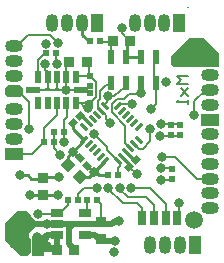
<source format=gbl>
%FSLAX44Y44*%
%MOMM*%
G71*
G01*
G75*
G04 Layer_Physical_Order=4*
G04 Layer_Color=16711680*
%ADD10R,0.5500X0.6000*%
%ADD11R,0.8000X0.8000*%
%ADD12R,0.6000X0.5500*%
%ADD13R,1.4000X1.1500*%
%ADD14R,1.5000X0.3000*%
%ADD15R,0.3000X1.5000*%
G04:AMPARAMS|DCode=16|XSize=1.5mm|YSize=0.3mm|CornerRadius=0mm|HoleSize=0mm|Usage=FLASHONLY|Rotation=90.000|XOffset=0mm|YOffset=0mm|HoleType=Round|Shape=Octagon|*
%AMOCTAGOND16*
4,1,8,0.0750,0.7500,-0.0750,0.7500,-0.1500,0.6750,-0.1500,-0.6750,-0.0750,-0.7500,0.0750,-0.7500,0.1500,-0.6750,0.1500,0.6750,0.0750,0.7500,0.0*
%
%ADD16OCTAGOND16*%

%ADD17C,0.2000*%
%ADD18C,0.5000*%
%ADD19C,0.2540*%
%ADD20C,0.3000*%
%ADD21C,0.2032*%
%ADD22C,0.3048*%
%ADD23C,0.1778*%
%ADD24C,0.3500*%
%ADD25C,0.1800*%
%ADD26R,1.0160X1.5240*%
%ADD27O,1.0160X1.5240*%
%ADD28O,1.5240X1.0160*%
%ADD29R,1.5240X1.0160*%
G04:AMPARAMS|DCode=30|XSize=1.016mm|YSize=1.524mm|CornerRadius=0mm|HoleSize=0mm|Usage=FLASHONLY|Rotation=90.000|XOffset=0mm|YOffset=0mm|HoleType=Round|Shape=Octagon|*
%AMOCTAGOND30*
4,1,8,-0.7620,-0.2540,-0.7620,0.2540,-0.5080,0.5080,0.5080,0.5080,0.7620,0.2540,0.7620,-0.2540,0.5080,-0.5080,-0.5080,-0.5080,-0.7620,-0.2540,0.0*
%
%ADD30OCTAGOND30*%

%ADD31C,0.8000*%
%ADD32C,1.5000*%
%ADD33C,1.0160*%
%ADD34C,1.0000*%
%ADD35C,1.6160*%
%ADD36C,1.4160*%
%ADD37C,2.0160*%
%ADD38R,0.9500X0.9500*%
%ADD39R,1.3000X0.5000*%
%ADD40R,0.5000X1.1000*%
%ADD41R,0.9500X0.9500*%
%ADD42R,0.8000X1.2000*%
%ADD43P,1.3435X4X270.0*%
%ADD44R,0.6000X1.2000*%
G04:AMPARAMS|DCode=45|XSize=0.55mm|YSize=0.6mm|CornerRadius=0mm|HoleSize=0mm|Usage=FLASHONLY|Rotation=135.000|XOffset=0mm|YOffset=0mm|HoleType=Round|Shape=Rectangle|*
%AMROTATEDRECTD45*
4,1,4,0.4066,0.0177,-0.0177,-0.4066,-0.4066,-0.0177,0.0177,0.4066,0.4066,0.0177,0.0*
%
%ADD45ROTATEDRECTD45*%

G04:AMPARAMS|DCode=46|XSize=0.55mm|YSize=0.6mm|CornerRadius=0mm|HoleSize=0mm|Usage=FLASHONLY|Rotation=45.000|XOffset=0mm|YOffset=0mm|HoleType=Round|Shape=Rectangle|*
%AMROTATEDRECTD46*
4,1,4,0.0177,-0.4066,-0.4066,0.0177,-0.0177,0.4066,0.4066,-0.0177,0.0177,-0.4066,0.0*
%
%ADD46ROTATEDRECTD46*%

%ADD47R,1.1000X0.6500*%
G04:AMPARAMS|DCode=48|XSize=0.3454mm|YSize=0.7238mm|CornerRadius=0mm|HoleSize=0mm|Usage=FLASHONLY|Rotation=225.000|XOffset=0mm|YOffset=0mm|HoleType=Round|Shape=Octagon|*
%AMOCTAGOND48*
4,1,8,0.3170,-0.1948,0.1948,-0.3170,0.0727,-0.3170,-0.3170,0.0727,-0.3170,0.1948,-0.1948,0.3170,-0.0727,0.3170,0.3170,-0.0727,0.3170,-0.1948,0.0*
%
%ADD48OCTAGOND48*%

G04:AMPARAMS|DCode=49|XSize=0.3454mm|YSize=0.8mm|CornerRadius=0mm|HoleSize=0mm|Usage=FLASHONLY|Rotation=225.000|XOffset=0mm|YOffset=0mm|HoleType=Round|Shape=Rectangle|*
%AMROTATEDRECTD49*
4,1,4,-0.1607,0.4050,0.4050,-0.1607,0.1607,-0.4050,-0.4050,0.1607,-0.1607,0.4050,0.0*
%
%ADD49ROTATEDRECTD49*%

G04:AMPARAMS|DCode=50|XSize=0.3454mm|YSize=0.8mm|CornerRadius=0mm|HoleSize=0mm|Usage=FLASHONLY|Rotation=135.000|XOffset=0mm|YOffset=0mm|HoleType=Round|Shape=Rectangle|*
%AMROTATEDRECTD50*
4,1,4,0.4050,0.1607,-0.1607,-0.4050,-0.4050,-0.1607,0.1607,0.4050,0.4050,0.1607,0.0*
%
%ADD50ROTATEDRECTD50*%

G04:AMPARAMS|DCode=51|XSize=0.3454mm|YSize=0.8mm|CornerRadius=0mm|HoleSize=0mm|Usage=FLASHONLY|Rotation=135.000|XOffset=0mm|YOffset=0mm|HoleType=Round|Shape=Octagon|*
%AMOCTAGOND51*
4,1,8,-0.2218,-0.3439,-0.3439,-0.2218,-0.3439,-0.0997,0.0997,0.3439,0.2218,0.3439,0.3439,0.2218,0.3439,0.0997,-0.0997,-0.3439,-0.2218,-0.3439,0.0*
%
%ADD51OCTAGOND51*%

G04:AMPARAMS|DCode=52|XSize=0.3454mm|YSize=0.7238mm|CornerRadius=0mm|HoleSize=0mm|Usage=FLASHONLY|Rotation=135.000|XOffset=0mm|YOffset=0mm|HoleType=Round|Shape=Octagon|*
%AMOCTAGOND52*
4,1,8,-0.1948,-0.3170,-0.3170,-0.1948,-0.3170,-0.0727,0.0727,0.3170,0.1948,0.3170,0.3170,0.1948,0.3170,0.0727,-0.0727,-0.3170,-0.1948,-0.3170,0.0*
%
%ADD52OCTAGOND52*%

%ADD53C,0.1700*%
G36*
X-65304Y-68808D02*
X-65125Y-69710D01*
X-63909Y-71529D01*
X-62090Y-72745D01*
X-61188Y-72924D01*
X-60452Y-73660D01*
X-67765Y-81321D01*
X-67558Y-81528D01*
Y-86862D01*
X-66260Y-88160D01*
X-66141Y-88760D01*
X-66034Y-88920D01*
Y-99308D01*
X-69336Y-102610D01*
X-73935D01*
X-87418Y-89127D01*
Y-85344D01*
Y-74972D01*
X-77216Y-64770D01*
X-69342D01*
X-65304Y-68808D01*
D02*
G37*
G36*
X83566Y78740D02*
X93526Y68780D01*
Y57150D01*
X55350D01*
X52500Y60000D01*
X52578Y66040D01*
X68580Y82042D01*
X80264D01*
X83566Y78740D01*
D02*
G37*
D10*
X-15996Y49214D02*
D03*
Y40714D02*
D03*
X52838Y8320D02*
D03*
Y-180D02*
D03*
X60712Y8320D02*
D03*
Y-180D02*
D03*
X-15996Y26744D02*
D03*
Y35244D02*
D03*
X53600Y-37518D02*
D03*
Y-29018D02*
D03*
D12*
X-53018Y68580D02*
D03*
X-44518D02*
D03*
X-25716Y-55112D02*
D03*
X-34216D02*
D03*
X-55044Y-6344D02*
D03*
X-46544D02*
D03*
X-37908Y2292D02*
D03*
X-46408D02*
D03*
X-9460Y-55112D02*
D03*
X-17960D02*
D03*
X-688Y-34538D02*
D03*
X7812D02*
D03*
X-6920Y79000D02*
D03*
X-15420D02*
D03*
D17*
X-34544Y-56964D02*
X-34470Y-56890D01*
X-34544Y-59944D02*
Y-56964D01*
X-40786Y-66186D02*
X-34544Y-59944D01*
X-20568Y-44952D02*
X-9646D01*
X-25970Y-50354D02*
X-20568Y-44952D01*
X-25970Y-56890D02*
Y-50354D01*
X-6090Y-74278D02*
Y-58934D01*
X-8134Y-56890D02*
X-6090Y-58934D01*
X-9714Y-56890D02*
X-8134D01*
X-59944Y-67564D02*
X-43090D01*
X-60088Y48750D02*
Y63102D01*
Y48750D02*
X-59682Y48344D01*
X-60088Y63102D02*
X-53848Y69342D01*
X-44518Y60072D02*
Y68580D01*
X67500Y107500D02*
X67500D01*
X67500D02*
X67500D01*
X-26812Y49214D02*
X-15996D01*
X-17774Y60712D02*
X-16250Y59188D01*
Y50552D02*
Y59188D01*
Y50552D02*
X-10492Y44794D01*
Y31463D02*
Y44794D01*
X-13755Y28200D02*
X-10492Y31463D01*
X-18458Y28200D02*
X-13755D01*
X-20314Y26344D02*
X-18458Y28200D01*
X-6992Y30013D02*
Y36950D01*
X-8772Y28232D02*
X-6992Y30013D01*
X-8772Y22509D02*
Y28232D01*
X-35554Y14484D02*
Y24390D01*
X-37840Y12198D02*
X-35554Y14484D01*
X-37840Y2672D02*
Y12198D01*
Y2672D02*
X-37206Y2038D01*
X-78734Y37136D02*
X-77002D01*
X-67304Y27438D01*
Y7626D02*
Y27438D01*
Y7626D02*
X-66542Y6864D01*
X-27682Y48344D02*
Y52444D01*
Y26344D02*
X-19122D01*
X-17774Y22612D02*
X-16758Y23628D01*
X-14472Y23882D02*
Y27506D01*
X-14726Y23628D02*
X-14472Y23882D01*
X-16758Y23628D02*
X-14726D01*
X-23362Y26344D02*
X-20646Y23628D01*
X-18790D01*
X-17774Y22612D01*
X-6992Y36950D02*
X-2280Y41662D01*
X2292D01*
X-8772Y22509D02*
X-6369Y20105D01*
X-43555Y77857D02*
X-40253D01*
X-49524Y83826D02*
X-43555Y77857D01*
X-68574Y83826D02*
X-49524D01*
X-77764Y74636D02*
X-68574Y83826D01*
X-79750Y74636D02*
X-77764D01*
X17575Y-27637D02*
X23714Y-33776D01*
X14166Y-7550D02*
Y6928D01*
Y-7550D02*
X18330Y-11714D01*
X18380D01*
X8261Y34677D02*
X14484Y40900D01*
X6737Y34677D02*
X8261D01*
X4832Y32772D02*
X6737Y34677D01*
X-1518Y32772D02*
X4832D01*
X11066Y85720D02*
X16516Y80270D01*
X39884Y26168D02*
Y42932D01*
X35814Y22098D02*
X39884Y26168D01*
X20580D02*
X21088Y26676D01*
X10674Y26168D02*
X20580D01*
X8416Y23910D02*
X10674Y26168D01*
X8043Y23910D02*
X8416D01*
X35312Y4174D02*
X36732Y5594D01*
X35312Y-5836D02*
Y4174D01*
X28962Y-12186D02*
X35312Y-5836D01*
X25923Y-12186D02*
X28962D01*
X21916Y-8179D02*
X25923Y-12186D01*
X-4058Y24644D02*
X-1579Y27123D01*
X-37332Y39250D02*
X-35682Y40900D01*
X-46408Y-11746D02*
Y2292D01*
Y-11746D02*
X-41142Y-17012D01*
X-53588Y54870D02*
X-51682Y52964D01*
X-53588Y54870D02*
Y59950D01*
X-44396D02*
X-43682D01*
X-35682Y48344D02*
Y58230D01*
X-37588Y37344D02*
X-35682Y39250D01*
X-45714Y37344D02*
X-43682Y39376D01*
X-53586Y37344D02*
X-51682Y39248D01*
X-49778Y37344D01*
X-51682Y39248D02*
Y48344D01*
X-43682Y39376D02*
X-41650Y37344D01*
X-43682Y39376D02*
Y48344D01*
X-35682Y39250D02*
X-33776Y37344D01*
X-35682Y39250D02*
Y48344D01*
X-63682Y37344D02*
X-23682D01*
X-43936Y16770D02*
Y24644D01*
X-55044Y5662D02*
X-43936Y16770D01*
X-55044Y-6344D02*
Y5662D01*
X-64904Y-16204D02*
X-55044Y-6344D01*
X-79750Y-16204D02*
X-64904D01*
X-37840Y-6344D02*
Y2224D01*
X44456Y8642D02*
X60644D01*
X44964Y-18790D02*
X56140D01*
X74736Y-37386D01*
X43508Y-942D02*
X60712D01*
X74736Y-37386D02*
X85858D01*
X44964Y-28696D02*
X53532D01*
X44964Y-38348D02*
X53786D01*
X-2534Y13468D02*
X1657Y9277D01*
X-2534Y13468D02*
Y16271D01*
X-6369Y20105D02*
X-2534Y16271D01*
X38614Y41662D02*
Y63662D01*
X2292Y65284D02*
Y78484D01*
X-1579Y27123D02*
Y32203D01*
X72690Y15714D02*
X72904Y15500D01*
X72690Y15714D02*
Y28338D01*
X82050Y37698D01*
X82810D01*
X-5836Y78492D02*
X4762D01*
X11066Y85720D02*
Y88260D01*
X59978Y-70606D02*
Y-58132D01*
X-18034Y-64516D02*
Y-56750D01*
X-1264Y-45206D02*
X11944Y-58414D01*
X24124D01*
X28194Y-62484D01*
Y-68822D02*
Y-62484D01*
Y-68822D02*
X29978Y-70606D01*
X8134Y-44952D02*
X16008Y-52826D01*
X31490D01*
X38100Y-59436D01*
Y-68728D02*
Y-59436D01*
Y-68728D02*
X39978Y-70606D01*
X19310Y-45714D02*
X34792D01*
X48260Y-59182D01*
Y-68888D02*
Y-59182D01*
Y-68888D02*
X49978Y-70606D01*
X67564Y49276D02*
X57567D01*
X60900Y45944D01*
X57567Y42611D01*
X67564D01*
X60900Y39279D02*
X67564Y32615D01*
X64232Y35947D01*
X60900Y32615D01*
X67564Y39279D01*
Y29282D02*
Y25950D01*
Y27616D01*
X57567D01*
X59233Y29282D01*
D18*
X-63240Y-75686D02*
X2800D01*
X-71876Y-84322D02*
X-63240Y-75686D01*
X-33268Y-92820D02*
X-29320Y-96768D01*
X-33268Y-92820D02*
Y-80004D01*
Y-75940D01*
Y-80004D02*
Y-78988D01*
X-29966Y-75686D01*
X-52420Y-85186D02*
X-43744D01*
X-59376Y-92142D02*
X-52420Y-85186D01*
X-20760D02*
X-11576D01*
X-6852Y-89910D01*
X5086D01*
X-43820Y-96768D02*
Y-85262D01*
X-71876Y-94482D02*
Y-84322D01*
X2800Y-75686D02*
X5340Y-73146D01*
X-55880Y-96774D02*
X-44704D01*
D19*
X-34030Y-18282D02*
X-30474Y-14726D01*
X-34030Y-24378D02*
Y-18282D01*
X-65278Y-37338D02*
X-55372D01*
X-68332Y-34284D02*
X-65278Y-37338D01*
X-22600Y84588D02*
X-15996Y77984D01*
X-22700Y89822D02*
X-22600Y89722D01*
Y84588D02*
Y89722D01*
X-16574Y-36062D02*
X-12694Y-32182D01*
X-24539Y-36062D02*
X-16574D01*
X-26109Y-37633D02*
X-24539Y-36062D01*
X-54858Y-36178D02*
X-43688D01*
X-75178Y-34284D02*
X-68332D01*
X-67304Y-51556D02*
X-42666D01*
X-30372Y-14504D02*
X-20511Y-4643D01*
X-30372Y-14504D02*
X-26786Y-18089D01*
X-12694Y-32182D02*
X-2833Y-22321D01*
X-16533Y-28342D02*
X-12694Y-32182D01*
X-30431Y4789D02*
Y10971D01*
Y4789D02*
X-20999Y-4643D01*
X-20511D01*
X-24439Y16963D02*
X-16976Y9499D01*
X14844Y-15250D02*
X21240Y-21646D01*
X11309Y-18786D02*
X17664Y-25140D01*
X-8376Y-34538D02*
X-688D01*
X-11653Y-31261D02*
X-8376Y-34538D01*
X-11774Y-31261D02*
X-11653D01*
X15500Y66046D02*
Y78122D01*
X14684Y65538D02*
X27184D01*
D21*
X-12186Y514D02*
X-1010Y-10662D01*
Y-13538D02*
Y-10662D01*
Y-13538D02*
X7773Y-22321D01*
X7812Y-28510D02*
X9658Y-26664D01*
Y-24206D01*
X7812Y-34538D02*
Y-28510D01*
D26*
X-59382Y-94996D02*
D03*
X59650Y93986D02*
D03*
X-10200D02*
D03*
X72858Y-93212D02*
D03*
D27*
X-71882Y-94996D02*
D03*
X22150Y93986D02*
D03*
X34650D02*
D03*
X47150D02*
D03*
X-22700D02*
D03*
X-35200D02*
D03*
X-47700D02*
D03*
X35358Y-93212D02*
D03*
X47858D02*
D03*
X60358D02*
D03*
D28*
X-79750Y21296D02*
D03*
Y8796D02*
D03*
Y-3704D02*
D03*
X85858Y114D02*
D03*
X85858Y-12386D02*
D03*
X85858Y-24886D02*
D03*
X85858Y-37386D02*
D03*
Y-49886D02*
D03*
Y-62386D02*
D03*
Y25198D02*
D03*
Y37698D02*
D03*
Y50198D02*
D03*
X-79750Y74636D02*
D03*
Y62136D02*
D03*
Y49636D02*
D03*
D29*
Y-16204D02*
D03*
X85858Y12614D02*
D03*
Y62698D02*
D03*
D30*
X-79750Y37136D02*
D03*
D31*
X-59944Y-67564D02*
D03*
X-66548Y-51308D02*
D03*
X-54604Y-88386D02*
D03*
X-60960Y-86614D02*
D03*
X-51810Y-76194D02*
D03*
X-30474Y-14726D02*
D03*
X-41910Y-36068D02*
D03*
X36322Y21590D02*
D03*
X-79756Y-92710D02*
D03*
X-17774Y22612D02*
D03*
X-248Y32264D02*
D03*
X35312Y4578D02*
D03*
X48520Y44456D02*
D03*
X-41142Y-17012D02*
D03*
X-35808Y37344D02*
D03*
X-37840Y-6344D02*
D03*
X-52826Y76968D02*
D03*
X-43174Y77222D02*
D03*
X-10154Y-44952D02*
D03*
X44710Y-28696D02*
D03*
X44964Y-18790D02*
D03*
X44456Y8642D02*
D03*
X43440Y-1010D02*
D03*
X4578Y-99562D02*
D03*
X-51810Y-94482D02*
D03*
X-12694Y-32182D02*
D03*
X27184Y35058D02*
D03*
X1530Y9658D02*
D03*
X-67304Y4832D02*
D03*
X5086Y-89910D02*
D03*
X58680Y61220D02*
D03*
X-75178Y-34284D02*
D03*
X-43682Y59950D02*
D03*
X-53588D02*
D03*
X8642Y-72892D02*
D03*
X-42666Y-51556D02*
D03*
X44710Y-38602D02*
D03*
X69348Y62284D02*
D03*
X-12186Y514D02*
D03*
X24136Y-33776D02*
D03*
X19818Y25660D02*
D03*
X72650Y16516D02*
D03*
X11182Y90176D02*
D03*
X-502Y-45206D02*
D03*
X9658D02*
D03*
X19310Y-45714D02*
D03*
X59978Y-58132D02*
D03*
X-74930Y-87376D02*
D03*
D32*
X72500Y-72500D02*
D03*
X-72500D02*
D03*
X72500Y72500D02*
D03*
D38*
X-33152Y61474D02*
D03*
X-18652D02*
D03*
X3678Y79000D02*
D03*
X18178D02*
D03*
X-29320Y-97784D02*
D03*
X-43820D02*
D03*
D39*
X-63682Y37344D02*
D03*
X-23682D02*
D03*
D40*
X-43682Y48344D02*
D03*
X-35682D02*
D03*
X-27682D02*
D03*
X-51682D02*
D03*
X-59682D02*
D03*
Y26344D02*
D03*
X-51682D02*
D03*
X-27682D02*
D03*
X-35682D02*
D03*
X-43682D02*
D03*
D41*
X-6090Y-74278D02*
D03*
Y-88778D02*
D03*
X-55366Y-51694D02*
D03*
Y-37194D02*
D03*
D42*
X28194Y-70866D02*
D03*
X38194D02*
D03*
X48194D02*
D03*
X58194D02*
D03*
D43*
X-24332Y-36363D02*
D03*
X-34585Y-26109D02*
D03*
D44*
X39838Y65870D02*
D03*
X27338D02*
D03*
X14838D02*
D03*
X2338D02*
D03*
Y43870D02*
D03*
X14838D02*
D03*
X39838D02*
D03*
X27338D02*
D03*
D45*
X17575Y-27637D02*
D03*
X23585Y-21627D02*
D03*
X-30177Y9701D02*
D03*
X-24167Y15711D02*
D03*
D46*
X-24335Y-20357D02*
D03*
X-18325Y-26367D02*
D03*
D47*
X-43744Y-85186D02*
D03*
Y-75686D02*
D03*
Y-66186D02*
D03*
X-19744D02*
D03*
Y-85186D02*
D03*
D48*
X-3103Y23910D02*
D03*
D49*
X-6369Y20105D02*
D03*
X-9904Y16570D02*
D03*
X-13440Y13034D02*
D03*
X-16976Y9499D02*
D03*
X-20511Y5963D02*
D03*
X7773Y-22321D02*
D03*
X11309Y-18786D02*
D03*
X14844Y-15250D02*
D03*
X18380Y-11714D02*
D03*
X21916Y-8179D02*
D03*
X25451Y-4643D02*
D03*
D50*
X-20511D02*
D03*
X-16976Y-8179D02*
D03*
X-13440Y-11714D02*
D03*
X-9904Y-15250D02*
D03*
X-6369Y-18786D02*
D03*
X-2833Y-22321D02*
D03*
X25451Y5963D02*
D03*
X21916Y9499D02*
D03*
X18380Y13034D02*
D03*
X14844Y16570D02*
D03*
D51*
X11309Y20105D02*
D03*
D52*
X8043Y23910D02*
D03*
D53*
X17532Y34550D02*
X27184D01*
X13214Y30232D02*
X17532Y34550D01*
X7118Y30232D02*
X13214D01*
X2470Y25584D02*
X7118Y30232D01*
X2470Y18624D02*
Y25584D01*
Y18624D02*
X14166Y6928D01*
M02*

</source>
